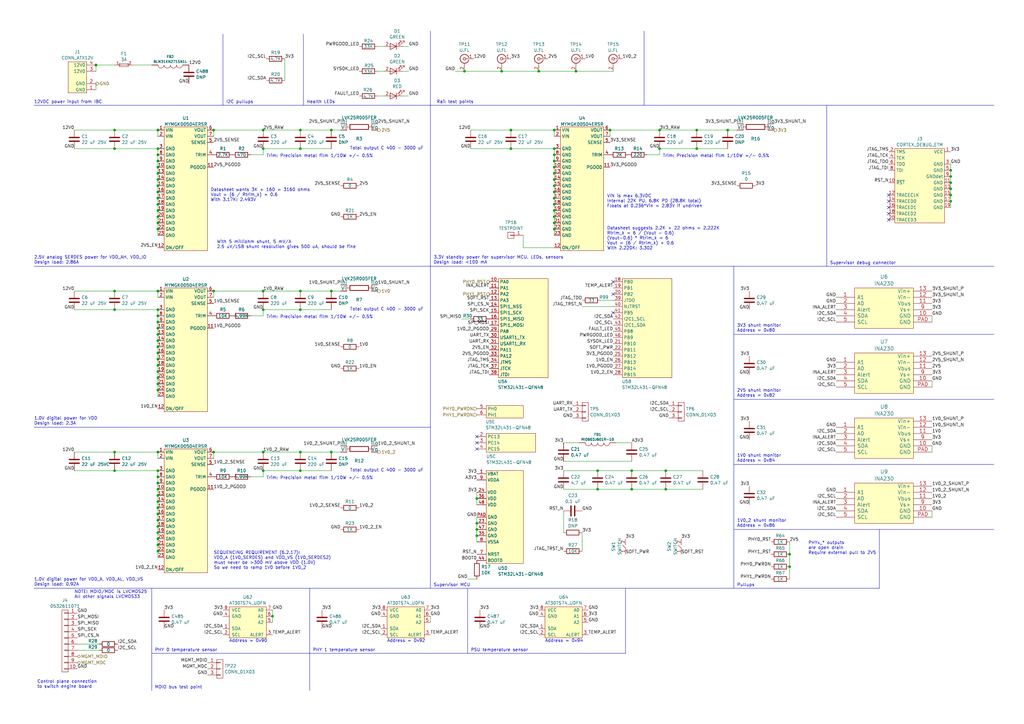
<source format=kicad_sch>
(kicad_sch (version 20231120) (generator "eeschema") (generator_version "8.0")
  (paper "A3")
  (title_block (title "LATENTRED Line Card") (date "2024-12-18") (rev "0.1") (company "Antikernel Labs") (comment 1 "Andrew D. Zonenberg"))
  (junction (at 209.55 60.96))
  (junction (at 135.89 185.42))
  (junction (at 298.45 53.34))
  (junction (at 389.89 72.39))
  (junction (at 64.77 83.82))
  (junction (at 123.19 193.04))
  (junction (at 107.95 185.42))
  (junction (at 285.75 53.34))
  (junction (at 209.55 53.34))
  (junction (at 236.22 29.21))
  (junction (at 389.89 80.01))
  (junction (at 64.77 154.94))
  (junction (at 227.33 78.74))
  (junction (at 195.58 214.63))
  (junction (at 195.58 219.71))
  (junction (at 227.33 83.82))
  (junction (at 64.77 152.4))
  (junction (at 123.19 53.34))
  (junction (at 285.75 60.96))
  (junction (at 227.33 60.96))
  (junction (at 64.77 91.44))
  (junction (at 64.77 220.98))
  (junction (at 64.77 68.58))
  (junction (at 87.63 53.34))
  (junction (at 64.77 147.32))
  (junction (at 64.77 60.96))
  (junction (at 64.77 53.34))
  (junction (at 64.77 81.28))
  (junction (at 389.89 74.93))
  (junction (at 227.33 88.9))
  (junction (at 245.11 193.04))
  (junction (at 64.77 226.06))
  (junction (at 64.77 203.2))
  (junction (at 107.95 119.38))
  (junction (at 220.98 29.21))
  (junction (at 87.63 185.42))
  (junction (at 195.58 204.47))
  (junction (at 64.77 132.08))
  (junction (at 46.99 60.96))
  (junction (at 107.95 53.34))
  (junction (at 227.33 81.28))
  (junction (at 46.99 53.34))
  (junction (at 64.77 71.12))
  (junction (at 389.89 82.55))
  (junction (at 227.33 63.5))
  (junction (at 227.33 53.34))
  (junction (at 323.85 232.41))
  (junction (at 123.19 185.42))
  (junction (at 64.77 142.24))
  (junction (at 64.77 76.2))
  (junction (at 64.77 149.86))
  (junction (at 190.5 29.21))
  (junction (at 270.51 53.34))
  (junction (at 64.77 73.66))
  (junction (at 39.37 26.67))
  (junction (at 227.33 86.36))
  (junction (at 64.77 195.58))
  (junction (at 64.77 78.74))
  (junction (at 64.77 208.28))
  (junction (at 135.89 53.34))
  (junction (at 123.19 119.38))
  (junction (at 64.77 210.82))
  (junction (at 64.77 223.52))
  (junction (at 64.77 63.5))
  (junction (at 64.77 144.78))
  (junction (at 107.95 60.96))
  (junction (at 64.77 218.44))
  (junction (at 273.05 193.04))
  (junction (at 205.74 29.21))
  (junction (at 107.95 193.04))
  (junction (at 227.33 68.58))
  (junction (at 123.19 60.96))
  (junction (at 64.77 157.48))
  (junction (at 64.77 129.54))
  (junction (at 64.77 198.12))
  (junction (at 64.77 86.36))
  (junction (at 323.85 227.33))
  (junction (at 64.77 127))
  (junction (at 227.33 73.66))
  (junction (at 64.77 88.9))
  (junction (at 250.19 53.34))
  (junction (at 389.89 77.47))
  (junction (at 64.77 119.38))
  (junction (at 227.33 91.44))
  (junction (at 123.19 127))
  (junction (at 64.77 93.98))
  (junction (at 64.77 134.62))
  (junction (at 135.89 119.38))
  (junction (at 46.99 119.38))
  (junction (at 46.99 127))
  (junction (at 64.77 200.66))
  (junction (at 389.89 69.85))
  (junction (at 64.77 137.16))
  (junction (at 87.63 119.38))
  (junction (at 259.08 200.66))
  (junction (at 245.11 200.66))
  (junction (at 64.77 193.04))
  (junction (at 227.33 76.2))
  (junction (at 64.77 185.42))
  (junction (at 227.33 71.12))
  (junction (at 273.05 200.66))
  (junction (at 64.77 205.74))
  (junction (at 64.77 66.04))
  (junction (at 46.99 185.42))
  (junction (at 270.51 60.96))
  (junction (at 259.08 193.04))
  (junction (at 64.77 213.36))
  (junction (at 107.95 127))
  (junction (at 46.99 193.04))
  (junction (at 227.33 93.98))
  (junction (at 227.33 66.04))
  (junction (at 64.77 160.02))
  (junction (at 64.77 139.7))
  (junction (at 195.58 217.17))
  (junction (at 111.76 252.73))
  (junction (at 64.77 215.9))
  (no_connect (at 364.49 82.55))
  (no_connect (at 195.58 179.07))
  (no_connect (at 251.46 115.57))
  (no_connect (at 364.49 87.63))
  (no_connect (at 251.46 120.65))
  (no_connect (at 195.58 181.61))
  (no_connect (at 251.46 128.27))
  (no_connect (at 364.49 80.01))
  (no_connect (at 364.49 85.09))
  (no_connect (at 364.49 90.17))
  (no_connect (at 195.58 184.15))
  (wire (pts (xy 64.77 185.42) (xy 64.77 187.96)))
  (polyline (pts (xy 191.77 241.3) (xy 191.77 267.97)))
  (wire (pts (xy 87.63 53.34) (xy 107.95 53.34)))
  (wire (pts (xy 298.45 53.34) (xy 302.26 53.34)))
  (wire (pts (xy 111.76 252.73) (xy 111.76 255.27)))
  (wire (pts (xy 64.77 223.52) (xy 64.77 226.06)))
  (wire (pts (xy 165.1 29.21) (xy 167.64 29.21)))
  (wire (pts (xy 270.51 53.34) (xy 285.75 53.34)))
  (wire (pts (xy 102.87 195.58) (xy 107.95 195.58)))
  (wire (pts (xy 195.58 212.09) (xy 195.58 214.63)))
  (wire (pts (xy 39.37 26.67) (xy 39.37 29.21)))
  (wire (pts (xy 30.48 60.96) (xy 46.99 60.96)))
  (polyline (pts (xy 62.23 241.3) (xy 62.23 283.21)))
  (wire (pts (xy 154.94 19.05) (xy 157.48 19.05)))
  (wire (pts (xy 46.99 127) (xy 64.77 127)))
  (wire (pts (xy 259.08 200.66) (xy 273.05 200.66)))
  (wire (pts (xy 64.77 73.66) (xy 64.77 76.2)))
  (wire (pts (xy 165.1 19.05) (xy 167.64 19.05)))
  (wire (pts (xy 64.77 81.28) (xy 64.77 83.82)))
  (polyline (pts (xy 13.97 241.3) (xy 176.53 241.3)))
  (wire (pts (xy 123.19 60.96) (xy 135.89 60.96)))
  (wire (pts (xy 64.77 71.12) (xy 64.77 73.66)))
  (wire (pts (xy 389.89 82.55) (xy 389.89 85.09)))
  (wire (pts (xy 64.77 205.74) (xy 64.77 208.28)))
  (wire (pts (xy 107.95 60.96) (xy 123.19 60.96)))
  (wire (pts (xy 87.63 121.92) (xy 87.63 119.38)))
  (wire (pts (xy 265.43 63.5) (xy 270.51 63.5)))
  (wire (pts (xy 64.77 198.12) (xy 64.77 200.66)))
  (wire (pts (xy 87.63 185.42) (xy 107.95 185.42)))
  (wire (pts (xy 64.77 53.34) (xy 64.77 55.88)))
  (wire (pts (xy 389.89 72.39) (xy 389.89 74.93)))
  (wire (pts (xy 273.05 193.04) (xy 288.29 193.04)))
  (polyline (pts (xy 300.99 163.83) (xy 407.67 163.83)))
  (wire (pts (xy 64.77 119.38) (xy 64.77 121.92)))
  (polyline (pts (xy 127 267.97) (xy 62.23 267.97)))
  (wire (pts (xy 245.11 200.66) (xy 259.08 200.66)))
  (wire (pts (xy 209.55 53.34) (xy 227.33 53.34)))
  (wire (pts (xy 195.58 217.17) (xy 195.58 219.71)))
  (wire (pts (xy 107.95 185.42) (xy 123.19 185.42)))
  (wire (pts (xy 46.99 119.38) (xy 64.77 119.38)))
  (polyline (pts (xy 191.77 267.97) (xy 127 267.97)))
  (polyline (pts (xy 176.53 109.22) (xy 176.53 175.26)))
  (wire (pts (xy 323.85 227.33) (xy 323.85 232.41)))
  (wire (pts (xy 64.77 152.4) (xy 64.77 154.94)))
  (wire (pts (xy 123.19 119.38) (xy 135.89 119.38)))
  (wire (pts (xy 107.95 129.54) (xy 107.95 127)))
  (wire (pts (xy 389.89 77.47) (xy 389.89 80.01)))
  (polyline (pts (xy 339.09 43.18) (xy 407.67 43.18)))
  (wire (pts (xy 30.48 119.38) (xy 46.99 119.38)))
  (wire (pts (xy 46.99 53.34) (xy 64.77 53.34)))
  (wire (pts (xy 238.76 218.44) (xy 238.76 226.06)))
  (wire (pts (xy 64.77 215.9) (xy 64.77 218.44)))
  (wire (pts (xy 154.94 39.37) (xy 157.48 39.37)))
  (wire (pts (xy 389.89 67.31) (xy 389.89 69.85)))
  (wire (pts (xy 30.48 127) (xy 46.99 127)))
  (polyline (pts (xy 339.09 43.18) (xy 339.09 109.22)))
  (wire (pts (xy 64.77 210.82) (xy 64.77 213.36)))
  (wire (pts (xy 389.89 69.85) (xy 389.89 72.39)))
  (wire (pts (xy 30.48 185.42) (xy 46.99 185.42)))
  (wire (pts (xy 165.1 39.37) (xy 167.64 39.37)))
  (wire (pts (xy 227.33 71.12) (xy 227.33 73.66)))
  (wire (pts (xy 64.77 91.44) (xy 64.77 93.98)))
  (wire (pts (xy 116.84 24.13) (xy 116.84 33.02)))
  (polyline (pts (xy 300.99 137.16) (xy 407.67 137.16)))
  (wire (pts (xy 227.33 93.98) (xy 227.33 96.52)))
  (wire (pts (xy 231.14 209.55) (xy 231.14 218.44)))
  (polyline (pts (xy 256.54 267.97) (xy 191.77 267.97)))
  (wire (pts (xy 238.76 125.73) (xy 251.46 125.73)))
  (polyline (pts (xy 91.44 43.18) (xy 176.53 43.18)))
  (wire (pts (xy 64.77 142.24) (xy 64.77 144.78)))
  (wire (pts (xy 102.87 129.54) (xy 107.95 129.54)))
  (wire (pts (xy 389.89 80.01) (xy 389.89 82.55)))
  (wire (pts (xy 227.33 68.58) (xy 227.33 71.12)))
  (wire (pts (xy 323.85 222.25) (xy 323.85 227.33)))
  (wire (pts (xy 30.48 193.04) (xy 46.99 193.04)))
  (wire (pts (xy 220.98 29.21) (xy 236.22 29.21)))
  (polyline (pts (xy 127 267.97) (xy 127 283.21)))
  (polyline (pts (xy 176.53 43.18) (xy 176.53 109.22)))
  (wire (pts (xy 227.33 63.5) (xy 227.33 66.04)))
  (wire (pts (xy 31.75 266.7) (xy 40.64 266.7)))
  (wire (pts (xy 87.63 55.88) (xy 87.63 53.34)))
  (wire (pts (xy 236.22 29.21) (xy 251.46 29.21)))
  (wire (pts (xy 102.87 63.5) (xy 107.95 63.5)))
  (polyline (pts (xy 300.99 109.22) (xy 300.99 241.3)))
  (wire (pts (xy 31.75 264.16) (xy 40.64 264.16)))
  (wire (pts (xy 54.61 26.67) (xy 62.23 26.67)))
  (wire (pts (xy 64.77 88.9) (xy 64.77 91.44)))
  (wire (pts (xy 389.89 74.93) (xy 389.89 77.47)))
  (polyline (pts (xy 360.68 241.3) (xy 360.68 217.17)))
  (wire (pts (xy 107.95 195.58) (xy 107.95 193.04)))
  (wire (pts (xy 231.14 200.66) (xy 245.11 200.66)))
  (wire (pts (xy 107.95 63.5) (xy 107.95 60.96)))
  (wire (pts (xy 190.5 29.21) (xy 205.74 29.21)))
  (wire (pts (xy 64.77 144.78) (xy 64.77 147.32)))
  (wire (pts (xy 64.77 76.2) (xy 64.77 78.74)))
  (polyline (pts (xy 176.53 12.7) (xy 176.53 43.18)))
  (wire (pts (xy 227.33 76.2) (xy 227.33 78.74)))
  (wire (pts (xy 273.05 200.66) (xy 288.29 200.66)))
  (wire (pts (xy 111.76 250.19) (xy 111.76 252.73)))
  (wire (pts (xy 205.74 29.21) (xy 220.98 29.21)))
  (wire (pts (xy 195.58 214.63) (xy 195.58 217.17)))
  (wire (pts (xy 123.19 127) (xy 135.89 127)))
  (wire (pts (xy 64.77 127) (xy 64.77 129.54)))
  (wire (pts (xy 64.77 78.74) (xy 64.77 81.28)))
  (wire (pts (xy 231.14 189.23) (xy 259.08 189.23)))
  (wire (pts (xy 64.77 226.06) (xy 64.77 228.6)))
  (wire (pts (xy 64.77 137.16) (xy 64.77 139.7)))
  (wire (pts (xy 64.77 203.2) (xy 64.77 205.74)))
  (polyline (pts (xy 91.44 13.97) (xy 91.44 43.18)))
  (wire (pts (xy 123.19 185.42) (xy 135.89 185.42)))
  (wire (pts (xy 193.04 60.96) (xy 209.55 60.96)))
  (polyline (pts (xy 124.46 13.97) (xy 124.46 43.18)))
  (wire (pts (xy 64.77 193.04) (xy 64.77 195.58)))
  (wire (pts (xy 285.75 53.34) (xy 298.45 53.34)))
  (polyline (pts (xy 176.53 43.18) (xy 339.09 43.18)))
  (wire (pts (xy 176.53 252.73) (xy 176.53 255.27)))
  (polyline (pts (xy 300.99 241.3) (xy 360.68 241.3)))
  (wire (pts (xy 135.89 185.42) (xy 139.7 185.42)))
  (wire (pts (xy 193.04 53.34) (xy 209.55 53.34)))
  (wire (pts (xy 64.77 83.82) (xy 64.77 86.36)))
  (wire (pts (xy 87.63 119.38) (xy 107.95 119.38)))
  (wire (pts (xy 270.51 63.5) (xy 270.51 60.96)))
  (wire (pts (xy 64.77 220.98) (xy 64.77 223.52)))
  (wire (pts (xy 64.77 147.32) (xy 64.77 149.86)))
  (wire (pts (xy 231.14 181.61) (xy 237.49 181.61)))
  (wire (pts (xy 64.77 63.5) (xy 64.77 66.04)))
  (wire (pts (xy 64.77 208.28) (xy 64.77 210.82)))
  (wire (pts (xy 186.69 29.21) (xy 190.5 29.21)))
  (wire (pts (xy 214.63 101.6) (xy 227.33 101.6)))
  (wire (pts (xy 30.48 53.34) (xy 46.99 53.34)))
  (wire (pts (xy 189.23 130.81) (xy 193.04 130.81)))
  (wire (pts (xy 246.38 123.19) (xy 251.46 123.19)))
  (polyline (pts (xy 176.53 175.26) (xy 176.53 241.3)))
  (wire (pts (xy 64.77 93.98) (xy 64.77 96.52)))
  (wire (pts (xy 227.33 66.04) (xy 227.33 68.58)))
  (wire (pts (xy 227.33 60.96) (xy 227.33 63.5)))
  (wire (pts (xy 231.14 193.04) (xy 245.11 193.04)))
  (wire (pts (xy 39.37 34.29) (xy 39.37 36.83)))
  (wire (pts (xy 64.77 157.48) (xy 64.77 160.02)))
  (wire (pts (xy 64.77 60.96) (xy 64.77 63.5)))
  (wire (pts (xy 227.33 73.66) (xy 227.33 76.2)))
  (polyline (pts (xy 176.53 109.22) (xy 339.09 109.22)))
  (wire (pts (xy 227.33 53.34) (xy 227.33 55.88)))
  (wire (pts (xy 227.33 78.74) (xy 227.33 81.28)))
  (wire (pts (xy 195.58 201.93) (xy 195.58 204.47)))
  (wire (pts (xy 87.63 187.96) (xy 87.63 185.42)))
  (polyline (pts (xy 300.99 241.3) (xy 176.53 241.3)))
  (wire (pts (xy 250.19 53.34) (xy 270.51 53.34)))
  (wire (pts (xy 64.77 200.66) (xy 64.77 203.2)))
  (wire (pts (xy 382.27 156.21) (xy 382.27 158.75)))
  (wire (pts (xy 64.77 213.36) (xy 64.77 215.9)))
  (wire (pts (xy 270.51 60.96) (xy 285.75 60.96)))
  (polyline (pts (xy 256.54 241.3) (xy 256.54 267.97)))
  (wire (pts (xy 107.95 119.38) (xy 123.19 119.38)))
  (wire (pts (xy 64.77 68.58) (xy 64.77 71.12)))
  (wire (pts (xy 195.58 219.71) (xy 195.58 222.25)))
  (wire (pts (xy 39.37 26.67) (xy 46.99 26.67)))
  (wire (pts (xy 64.77 160.02) (xy 64.77 162.56)))
  (wire (pts (xy 64.77 195.58) (xy 64.77 198.12)))
  (wire (pts (xy 191.77 237.49) (xy 195.58 237.49)))
  (wire (pts (xy 227.33 81.28) (xy 227.33 83.82)))
  (wire (pts (xy 107.95 53.34) (xy 123.19 53.34)))
  (wire (pts (xy 227.33 88.9) (xy 227.33 91.44)))
  (polyline (pts (xy 127 241.3) (xy 127 267.97)))
  (wire (pts (xy 46.99 60.96) (xy 64.77 60.96)))
  (wire (pts (xy 250.19 55.88) (xy 250.19 53.34)))
  (wire (pts (xy 64.77 149.86) (xy 64.77 152.4)))
  (wire (pts (xy 135.89 53.34) (xy 139.7 53.34)))
  (wire (pts (xy 64.77 139.7) (xy 64.77 142.24)))
  (polyline (pts (xy 13.97 43.18) (xy 91.44 43.18)))
  (wire (pts (xy 64.77 86.36) (xy 64.77 88.9)))
  (wire (pts (xy 382.27 182.88) (xy 382.27 185.42)))
  (wire (pts (xy 64.77 129.54) (xy 64.77 132.08)))
  (wire (pts (xy 382.27 129.54) (xy 382.27 132.08)))
  (wire (pts (xy 64.77 134.62) (xy 64.77 137.16)))
  (wire (pts (xy 285.75 60.96) (xy 298.45 60.96)))
  (wire (pts (xy 123.19 53.34) (xy 135.89 53.34)))
  (wire (pts (xy 107.95 127) (xy 123.19 127)))
  (wire (pts (xy 214.63 96.52) (xy 214.63 101.6)))
  (wire (pts (xy 209.55 60.96) (xy 227.33 60.96)))
  (wire (pts (xy 46.99 185.42) (xy 64.77 185.42)))
  (wire (pts (xy 323.85 232.41) (xy 323.85 237.49)))
  (wire (pts (xy 64.77 66.04) (xy 64.77 68.58)))
  (wire (pts (xy 195.58 204.47) (xy 195.58 207.01)))
  (polyline (pts (xy 339.09 109.22) (xy 407.67 109.22)))
  (wire (pts (xy 259.08 193.04) (xy 273.05 193.04)))
  (wire (pts (xy 123.19 193.04) (xy 135.89 193.04)))
  (wire (pts (xy 382.27 209.55) (xy 382.27 212.09)))
  (polyline (pts (xy 13.97 175.26) (xy 176.53 175.26)))
  (polyline (pts (xy 300.99 217.17) (xy 407.67 217.17)))
  (wire (pts (xy 64.77 132.08) (xy 64.77 134.62)))
  (wire (pts (xy 154.94 29.21) (xy 157.48 29.21)))
  (wire (pts (xy 135.89 119.38) (xy 139.7 119.38)))
  (wire (pts (xy 227.33 83.82) (xy 227.33 86.36)))
  (polyline (pts (xy 300.99 190.5) (xy 407.67 190.5)))
  (wire (pts (xy 107.95 193.04) (xy 123.19 193.04)))
  (wire (pts (xy 64.77 154.94) (xy 64.77 157.48)))
  (wire (pts (xy 227.33 91.44) (xy 227.33 93.98)))
  (polyline (pts (xy 13.97 109.22) (xy 176.53 109.22)))
  (wire (pts (xy 227.33 86.36) (xy 227.33 88.9)))
  (wire (pts (xy 64.77 218.44) (xy 64.77 220.98)))
  (wire (pts (xy 46.99 193.04) (xy 64.77 193.04)))
  (wire (pts (xy 252.73 181.61) (xy 259.08 181.61)))
  (wire (pts (xy 245.11 193.04) (xy 259.08 193.04)))
  (polyline (pts (xy 264.16 12.7) (xy 264.16 43.18)))
  (text "SEQUENCING REQUIREMENT (6.2.17):\nVDD_A (1V0_SERDES) and VDD_VS (1V0_SERDES2)\nmust never be >300 mV above VDD (1.0V)\nSo we need to ramp 1V0 before 1V0_2\n" (at 87.63 229.87 0) (effects (font (size 1.27 1.27)) (justify left)))
  (text "Health LEDs" (at 125.73 41.91 0) (effects (font (size 1.27 1.27)) (justify left)))
  (text "VIN is max 6.3VDC\nInternal 22K PU, 6.8K PD (28.8K total)\nFloats at 0.236*Vin = 2.83V if undriven" (at 248.92 82.55 0) (effects (font (size 1.27 1.27)) (justify left)))
  (text "3.3V standby power for supervisor MCU, LEDs, sensors\nDesign load: <100 mA" (at 177.8 106.68 0) (effects (font (size 1.27 1.27)) (justify left)))
  (text "12VDC power input from IBC" (at 13.97 41.91 0) (effects (font (size 1.27 1.27)) (justify left)))
  (text "Address = 0x92" (at 158.75 262.89 0) (effects (font (size 1.27 1.27)) (justify left)))
  (text "Trim: Precision metal film 1/10W +/- 0.5%" (at 109.22 64.77 0) (effects (font (size 1.27 1.27)) (justify left bottom)))
  (text "Control plane connection\nto switch engine board" (at 15.24 280.67 0) (effects (font (size 1.27 1.27)) (justify left)))
  (text "PSU temperature sensor" (at 193.04 266.7 0) (effects (font (size 1.27 1.27)) (justify left)))
  (text "Pullups" (at 302.26 240.03 0) (effects (font (size 1.27 1.27)) (justify left)))
  (text "PHY 1 temperature sensor" (at 128.27 266.7 0) (effects (font (size 1.27 1.27)) (justify left)))
  (text "I2C pullups" (at 92.71 41.91 0) (effects (font (size 1.27 1.27)) (justify left)))
  (text "2V5 shunt monitor\nAddress = 0x82" (at 302.26 161.29 0) (effects (font (size 1.27 1.27)) (justify left)))
  (text "Address = 0x94" (at 223.52 262.89 0) (effects (font (size 1.27 1.27)) (justify left)))
  (text "2.5V analog SERDES power for VDD_AH, VDD_IO\nDesign load: 2.86A" (at 13.97 106.68 0) (effects (font (size 1.27 1.27)) (justify left)))
  (text "1.0V digital power for VDD_A, VDD_AL, VDD_VS\nDesign load: 0.92A" (at 13.97 238.76 0) (effects (font (size 1.27 1.27)) (justify left)))
  (text "1.0V digital power for VDD\nDesign load: 2.3A" (at 13.97 172.72 0) (effects (font (size 1.27 1.27)) (justify left)))
  (text "Total output C 400 - 3000 uF" (at 143.51 127.635 0) (effects (font (size 1.27 1.27)) (justify left bottom)))
  (text "Datasheet wants 3K + 160 = 3160 ohms\nVout = (6 / Rtrim_k) + 0.6\nWith 3.17K: 2.493V" (at 86.36 80.01 0) (effects (font (size 1.27 1.27)) (justify left)))
  (text "Total output C 400 - 3000 uF" (at 143.51 61.595 0) (effects (font (size 1.27 1.27)) (justify left bottom)))
  (text "PHY 0 temperature sensor" (at 63.5 266.7 0) (effects (font (size 1.27 1.27)) (justify left)))
  (text "Trim: Precision metal film 1/10W +/- 0.5%" (at 109.22 130.81 0) (effects (font (size 1.27 1.27)) (justify left bottom)))
  (text "Supervisor MCU" (at 177.8 240.03 0) (effects (font (size 1.27 1.27)) (justify left)))
  (text "NOTE: MDIO/MDC is LVCMOS25\nAll other signals LVCMOS33" (at 30.48 243.84 0) (effects (font (size 1.27 1.27)) (justify left)))
  (text "3V3 shunt monitor\nAddress = 0x80" (at 302.26 134.62 0) (effects (font (size 1.27 1.27)) (justify left)))
  (text "MDIO bus test point" (at 63.5 281.94 0) (effects (font (size 1.27 1.27)) (justify left)))
  (text "1V0 shunt monitor\nAddress = 0x84" (at 302.26 187.96 0) (effects (font (size 1.27 1.27)) (justify left)))
  (text "Trim: Precision metal film 1/10W +/- 0.5%" (at 109.22 196.85 0) (effects (font (size 1.27 1.27)) (justify left bottom)))
  (text "Supervisor debug connector" (at 340.36 107.95 0) (effects (font (size 1.27 1.27)) (justify left)))
  (text "Trim: Precision metal film 1/10W +/- 0.5%" (at 271.78 64.77 0) (effects (font (size 1.27 1.27)) (justify left bottom)))
  (text "PHYx_* outputs\nare open drain\nRequire external pull to 2V5" (at 331.47 224.79 0) (effects (font (size 1.27 1.27)) (justify left)))
  (text "Total output C 400 - 3000 uF" (at 143.51 193.675 0) (effects (font (size 1.27 1.27)) (justify left bottom)))
  (text "With 5 milliohm shunt, 5 mV/A\n2.5 uV/LSB shunt resolution gives 500 uA, should be fine" (at 88.9 100.33 0) (effects (font (size 1.27 1.27)) (justify left)))
  (text "Rail test points" (at 179.07 41.91 0) (effects (font (size 1.27 1.27)) (justify left)))
  (text "1V0_2 shunt monitor\nAddress = 0x86" (at 302.26 214.63 0) (effects (font (size 1.27 1.27)) (justify left)))
  (text "Datasheet suggests 2.2K + 22 ohms = 2.222K\nRtrim_k = 6 / (Vout - 0.6)\n(Vout-0.6) * Rtrim_k = 6\nVout = (6 / Rtrim_k) + 0.6\nWith 2.220K: 3.302" (at 248.92 97.79 0) (effects (font (size 1.27 1.27)) (justify left)))
  (text "Address = 0x90" (at 93.98 262.89 0) (effects (font (size 1.27 1.27)) (justify left)))
  (label "1V0_2_RAW" (at 107.95 185.42 0))
  (label "JTAG_TCK" (at 364.49 64.77 180))
  (label "2V5_SHUNT_P" (at 139.7 50.8 180))
  (label "3V3" (at 382.27 127 0))
  (label "3V3" (at 156.21 250.19 180))
  (label "3V3" (at 256.54 220.98 0))
  (label "GND" (at 30.48 127 180))
  (label "3V3" (at 231.14 181.61 180))
  (label "I2C_SCL" (at 342.9 185.42 180))
  (label "UART_TX" (at 200.66 138.43 180))
  (label "GND" (at 30.48 60.96 180))
  (label "GND" (at 342.9 124.46 180))
  (label "GND" (at 139.7 88.9 180))
  (label "RST_N" (at 364.49 74.93 180))
  (label "2V5_PGOOD" (at 87.63 68.58 0))
  (label "3V3" (at 91.44 250.19 180))
  (label "GND" (at 238.76 209.55 0))
  (label "1V0_EN" (at 64.77 167.64 180))
  (label "JTAG_TDI" (at 364.49 69.85 180))
  (label "1V0_2_PGOOD" (at 200.66 135.89 180))
  (label "GND" (at 382.27 129.54 0))
  (label "12V0" (at 30.48 119.38 180))
  (label "3V3" (at 196.85 250.19 0))
  (label "GND" (at 389.89 67.31 0))
  (label "I2C_SCL" (at 220.98 260.35 180))
  (label "I2C_SDA" (at 342.9 177.8 180))
  (label "GND" (at 342.9 201.93 180))
  (label "1V0_SHUNT_P" (at 382.27 172.72 0))
  (label "SPI_MISO" (at 189.23 130.81 180))
  (label "1V0_2_SHUNT_N" (at 154.94 182.88 0))
  (label "JTAG_TRST_N" (at 231.14 226.06 180))
  (label "2V5_SHUNT_N" (at 154.94 50.8 0))
  (label "GND" (at 139.7 151.13 180))
  (label "GND" (at 132.08 257.81 0))
  (label "I2C_SDA" (at 251.46 130.81 180))
  (label "SYSOK_LED" (at 147.32 29.21 180))
  (label "3V3" (at 309.88 76.2 0))
  (label "I2C_SCL" (at 274.32 168.91 180))
  (label "SOFT_RST" (at 279.4 227.33 0))
  (label "I2C_SCL" (at 342.9 158.75 180))
  (label "1V0_PGOOD" (at 87.63 134.62 0))
  (label "JTAG_TMS" (at 200.66 148.59 180))
  (label "GND" (at 31.75 251.46 0))
  (label "I2C_SDA" (at 48.26 264.16 0))
  (label "I2C_SDA" (at 220.98 257.81 180))
  (label "I2C_SDA" (at 342.9 129.54 180))
  (label "GND" (at 231.14 189.23 180))
  (label "3V3" (at 307.34 199.39 180))
  (label "3V3" (at 132.08 250.19 0))
  (label "3V3" (at 382.27 180.34 0))
  (label "I2C_SDA" (at 156.21 257.81 180))
  (label "1V0_2" (at 382.27 204.47 0))
  (label "3V3" (at 382.27 124.46 0))
  (label "3V3" (at 238.76 218.44 0))
  (label "RST_N" (at 195.58 227.33 180))
  (label "PHY1_RST" (at 316.23 227.33 180))
  (label "3V3" (at 241.3 252.73 0))
  (label "GND" (at 241.3 255.27 0))
  (label "GND" (at 220.98 252.73 180))
  (label "3V3_RAW" (at 270.51 53.34 0))
  (label "SPI_CS_N" (at 31.75 261.62 0))
  (label "3V3" (at 176.53 250.19 0))
  (label "I2C_SDA" (at 342.9 209.55 180))
  (label "12V0" (at 30.48 185.42 180))
  (label "3V3" (at 231.14 193.04 180))
  (label "3V3_SHUNT_P" (at 302.26 50.8 180))
  (label "GND" (at 342.9 175.26 180))
  (label "GND" (at 231.14 200.66 180))
  (label "FAULT_LED" (at 251.46 135.89 180))
  (label "2V5" (at 224.79 24.13 0))
  (label "1V0_2_PGOOD" (at 87.63 200.66 0))
  (label "1V0_EN" (at 251.46 148.59 180))
  (label "12V0" (at 30.48 53.34 180))
  (label "2V5_SHUNT_P" (at 382.27 146.05 0))
  (label "12V0" (at 194.31 24.13 0))
  (label "JTAG_TDO" (at 364.49 67.31 180))
  (label "GND" (at 91.44 252.73 180))
  (label "I2C_SDA" (at 109.22 33.02 180))
  (label "SPI_MOSI" (at 200.66 133.35 180))
  (label "1V0_2_SHUNT_P" (at 139.7 182.88 180))
  (label "3V3" (at 382.27 153.67 0))
  (label "UART_RX" (at 234.95 166.37 180))
  (label "JTAG_TRST_N" (at 238.76 125.73 180))
  (label "I2C_SCL" (at 109.22 24.13 180))
  (label "3V3" (at 389.89 62.23 0))
  (label "3V3_SHUNT_P" (at 382.27 119.38 0))
  (label "PHY0_RST" (at 316.23 222.25 180))
  (label "1V0_2" (at 147.32 208.28 0))
  (label "1V0_2_SENSE" (at 87.63 190.5 0))
  (label "1V0_2_EN" (at 64.77 233.68 180))
  (label "3V3" (at 209.55 24.13 0))
  (label "3V3" (at 307.34 119.38 180))
  (label "1V0_EN" (at 147.32 151.13 0))
  (label "GND" (at 176.53 252.73 0))
  (label "3V3_SENSE" (at 250.19 58.42 0))
  (label "I2C_SCL" (at 342.9 204.47 180))
  (label "GND" (at 139.7 217.17 180))
  (label "SOFT_PWR" (at 251.46 143.51 180))
  (label "BOOT0" (at 195.58 229.87 180))
  (label "1V0_SHUNT_N" (at 154.94 116.84 0))
  (label "GND" (at 191.77 237.49 180))
  (label "1V0_PGOOD" (at 251.46 151.13 180))
  (label "3V3" (at 195.58 201.93 180))
  (label "GND" (at 274.32 171.45 180))
  (label "2V5_SENSE" (at 139.7 76.2 180))
  (label "TEMP_ALERT" (at 241.3 260.35 0))
  (label "1V0_SENSE" (at 139.7 142.24 180))
  (label "INA_ALERT" (at 342.9 180.34 180))
  (label "2V5_SENSE" (at 87.63 58.42 0))
  (label "3V3_SENSE" (at 302.26 76.2 180))
  (label "3V3" (at 307.34 146.05 180))
  (label "GND" (at 77.47 34.29 180))
  (label "GND" (at 186.69 29.21 180))
  (label "2V5_SHUNT_N" (at 382.27 148.59 0))
  (label "SOFT_PWR" (at 256.54 227.33 0))
  (label "GND" (at 307.34 207.01 180))
  (label "1V0" (at 147.32 142.24 0))
  (label "GND" (at 156.21 252.73 180))
  (label "1V0_SHUNT_N" (at 382.27 175.26 0))
  (label "1V0_2_EN" (at 251.46 153.67 180))
  (label "GND" (at 342.9 121.92 180))
  (label "GND" (at 167.64 29.21 0))
  (label "I2C_SDA" (at 274.32 166.37 180))
  (label "SPI_MISO" (at 31.75 256.54 0))
  (label "JTAG_TDI" (at 200.66 153.67 180))
  (label "PWRGOOD_LED" (at 147.32 19.05 180))
  (label "I2C_SDA" (at 342.9 182.88 180))
  (label "GND" (at 107.95 127 180))
  (label "GND" (at 307.34 127 180))
  (label "MGMT_MDC" (at 85.09 274.32 180))
  (label "RST_N" (at 231.14 209.55 180))
  (label "GND" (at 195.58 212.09 180))
  (label "3V3_PGOOD" (at 251.46 146.05 180))
  (label "1V0" (at 382.27 177.8 0))
  (label "3V3_PGOOD" (at 250.19 68.58 0))
  (label "GND" (at 31.75 274.32 0))
  (label "GND" (at 30.48 193.04 180))
  (label "2V5" (at 323.85 222.25 0))
  (label "JTAG_TDO" (at 238.76 123.19 180))
  (label "PHY0_PWRDN" (at 316.23 232.41 180))
  (label "PHY1_PWRDN" (at 316.23 237.49 180))
  (label "1V0" (at 240.03 24.13 0))
  (label "FAULT_LED" (at 147.32 39.37 180))
  (label "2V5" (at 382.27 151.13 0))
  (label "GND" (at 307.34 153.67 180))
  (label "TEMP_ALERT" (at 251.46 118.11 180))
  (label "I2C_SCL" (at 156.21 260.35 180))
  (label "2V5_EN" (at 64.77 101.6 180))
  (label "INA_ALERT" (at 342.9 153.67 180))
  (label "GND" (at 382.27 209.55 0))
  (label "3V3" (at 67.31 250.19 0))
  (label "GND" (at 193.04 60.96 180))
  (label "GND" (at 167.64 39.37 0))
  (label "TEMP_ALERT" (at 111.76 260.35 0))
  (label "A3V3" (at 195.58 196.85 180))
  (label "12V0" (at 77.47 26.67 0))
  (label "1V0_RAW" (at 107.95 119.38 0))
  (label "INA_ALERT" (at 342.9 127 180))
  (label "1V0_2_SHUNT_P" (at 382.27 199.39 0))
  (label "GND" (at 167.64 19.05 0))
  (label "1V0_2" (at 255.27 24.13 0))
  (label "GND" (at 307.34 180.34 180))
  (label "GND" (at 67.31 257.81 0))
  (label "3V3_SHUNT_N" (at 317.5 50.8 0))
  (label "12V0" (at 193.04 53.34 180))
  (label "I2C_SDA" (at 342.9 156.21 180))
  (label "GND" (at 196.85 257.81 0))
  (label "3V3" (at 279.4 220.98 0))
  (label "3V3_SHUNT_N" (at 382.27 121.92 0))
  (label "1V0_2_SENSE" (at 139.7 208.28 180))
  (label "I2C_SCL" (at 342.9 132.08 180))
  (label "I2C_SCL" (at 91.44 260.35 180))
  (label "GND" (at 270.51 60.96 180))
  (label "1V0_2_SHUNT_N" (at 382.27 201.93 0))
  (label "SPI_SCK" (at 200.66 128.27 180))
  (label "1V0_2_EN" (at 147.32 217.17 0))
  (label "INA_ALERT" (at 342.9 207.01 180))
  (label "GND" (at 241.3 250.19 0))
  (label "2V5_PGOOD" (at 200.66 146.05 180))
  (label "SPI_MOSI" (at 31.75 254 0))
  (label "GND" (at 382.27 156.21 0))
  (label "SPI_SCK" (at 31.75 259.08 0))
  (label "2V5_RAW" (at 107.95 53.34 0))
  (label "GND" (at 382.27 182.88 0))
  (label "GND" (at 234.95 171.45 180))
  (label "3V3" (at 116.84 24.13 0))
  (label "JTAG_TCK" (at 200.66 151.13 180))
  (label "SPI_CS_N" (at 200.66 125.73 180))
  (label "INA_ALERT" (at 200.66 118.11 180))
  (label "SOFT_RST" (at 200.66 123.19 180))
  (label "3V3" (at 195.58 194.31 180))
  (label "TEMP_ALERT" (at 176.53 260.35 0))
  (label "I2C_SCL" (at 48.26 266.7 0))
  (label "GND" (at 342.9 148.59 180))
  (label "JTAG_TMS" (at 364.49 62.23 180))
  (label "3V3" (at 307.34 172.72 180))
  (label "3V3" (at 220.98 250.19 180))
  (label "3V3" (at 382.27 207.01 0))
  (label "3V3" (at 342.9 151.13 180))
  (label "GND" (at 107.95 60.96 180))
  (label "GND" (at 107.95 193.04 180))
  (label "GND" (at 111.76 250.19 0))
  (label "1V0_SENSE" (at 87.63 124.46 0))
  (label "MGMT_MDIO" (at 85.09 271.78 180))
  (label "SYSOK_LED" (at 251.46 140.97 180))
  (label "2V5_EN" (at 200.66 143.51 180))
  (label "2V5" (at 147.32 76.2 0))
  (label "I2C_SDA" (at 91.44 257.81 180))
  (label "A3V3" (at 259.08 181.61 0))
  (label "2V5_EN" (at 147.32 88.9 0))
  (label "GND" (at 85.09 276.86 180))
  (label "1V0_SHUNT_P" (at 139.7 116.84 180))
  (label "I2C_SCL" (at 251.46 133.35 180))
  (label "UART_TX" (at 234.95 168.91 180))
  (label "UART_RX" (at 200.66 140.97 180))
  (label "I2C_SCL" (at 342.9 212.09 180))
  (label "PWRGOOD_LED" (at 251.46 138.43 180))
  (hierarchical_label "MGMT_MDIO" (shape bidirectional) (at 31.75 269.24 0))
  (hierarchical_label "1V0_2" (shape output) (at 154.94 185.42 0))
  (hierarchical_label "PHY1_PWRDN" (shape input) (at 195.58 170.18 180))
  (hierarchical_label "PHY1_RST" (shape output) (at 200.66 120.65 180))
  (hierarchical_label "PHY0_RST" (shape output) (at 200.66 115.57 180))
  (hierarchical_label "1V0" (shape output) (at 154.94 119.38 0))
  (hierarchical_label "2V5" (shape output) (at 154.94 53.34 0))
  (hierarchical_label "PHY0_PWRDN" (shape input) (at 195.58 167.64 180))
  (hierarchical_label "3V3" (shape output) (at 317.5 53.34 0))
  (hierarchical_label "GND" (shape output) (at 39.37 34.29 0))
  (hierarchical_label "MGMT_MDC" (shape bidirectional) (at 31.75 271.78 0))
  (symbol (lib_id "device:C") (at 46.99 189.23 0) (unit 1)
    (property "Reference" "C12" (at 49.911 188.0178 0) (effects (justify left)))
    (property "Value" "22 uF 25V" (at 49.911 190.4421 0) (effects (justify left)))
    (property "Footprint" "azonenberg_pcb:EIA_1812_CAP_NOSILK" (effects (hide yes)))
    (property "Description" "Unpolarized capacitor" (effects (hide yes)))
  )
  (symbol (lib_id "conn:CONN_01X03") (at 90.17 274.32 0) (unit 1)
    (property "Reference" "TP22" (at 92.075 273.1078 0) (effects (justify left)))
    (property "Value" "CONN_01X03" (at 92.075 275.5321 0) (effects (justify left)))
    (property "Footprint" "azonenberg_pcb:CONN_HEADER_2.54MM_1x3_REFLOW" (effects (hide yes)))
    (property "Description" "Connector, single row, 01x03, pin header" (effects (hide yes)))
  )
  (symbol (lib_id "device:C") (at 46.99 57.15 0) (unit 1)
    (property "Reference" "C2" (at 49.911 55.9378 0) (effects (justify left)))
    (property "Value" "22 uF 25V" (at 49.911 58.3621 0) (effects (justify left)))
    (property "Footprint" "azonenberg_pcb:EIA_1812_CAP_NOSILK" (effects (hide yes)))
    (property "Description" "Unpolarized capacitor" (effects (hide yes)))
  )
  (symbol (lib_id "st-azonenberg:STM32L431-QFN48") (at 199.39 171.45 0) (unit 5)
    (property "Reference" "U5" (at 199.136 172.974 0) (effects (justify left)))
    (property "Value" "STM32L431-QFN48" (at 199.136 175.3983 0) (effects (justify left)))
    (property "Footprint" "azonenberg_pcb:QFN_48_0.5MM_7x7MM" (effects (hide yes)))
    (pin "34" (alternate "JTMS"))
    (pin "43" (alternate "I2C1_SDA"))
    (pin "38" (alternate "JTDI"))
    (pin "17" (alternate "SPI1_MOSI"))
    (pin "31" (alternate "USART1_RX"))
    (pin "30" (alternate "USART1_TX"))
    (pin "40" (alternate "NJTRST"))
    (pin "14" (alternate "SPI1_NSS"))
    (pin "15" (alternate "SPI1_SCK"))
    (pin "16" (alternate "SPI1_MISO"))
    (pin "42" (alternate "I2C1_SCL"))
    (pin "37" (alternate "JTCK"))
    (pin "39" (alternate "JTDO"))
  )
  (symbol (lib_id "device:C") (at 30.48 57.15 0) (unit 1)
    (property "Reference" "C1" (at 33.401 55.9378 0) (effects (justify left)))
    (property "Value" "22 uF 25V" (at 33.401 58.3621 0) (effects (justify left)))
    (property "Footprint" "azonenberg_pcb:EIA_1812_CAP_NOSILK" (effects (hide yes)))
    (property "Description" "Unpolarized capacitor" (effects (hide yes)))
  )
  (symbol (lib_id "device:C") (at 107.95 57.15 0) (unit 1)
    (property "Reference" "C3" (at 110.871 55.9378 0) (effects (justify left)))
    (property "Value" "220 uF" (at 110.871 58.3621 0) (effects (justify left)))
    (property "Footprint" "azonenberg_pcb:EIA_1210_CAP_NOSILK" (effects (hide yes)))
    (property "Description" "Unpolarized capacitor" (effects (hide yes)))
  )
  (symbol (lib_id "passive-azonenberg:R-4TERM") (at 147.32 118.11 270) (unit 1)
    (property "Reference" "R7" (at 147.32 122.9528 90))
    (property "Value" "LVK25R005FER" (at 147.32 114.3 90))
    (property "Footprint" "azonenberg_pcb:OHMITE_LVK25" (effects (hide yes)))
  )
  (symbol (lib_id "conn:CONN_01X03") (at 240.03 168.91 0) (unit 1)
    (property "Reference" "TP5" (at 241.935 167.6978 0) (effects (justify left)))
    (property "Value" "CONN_01X03" (at 241.935 170.1221 0) (effects (justify left)))
    (property "Footprint" "azonenberg_pcb:CONN_HEADER_2.54MM_1x3_REFLOW" (effects (hide yes)))
    (property "Description" "Connector, single row, 01x03, pin header" (effects (hide yes)))
  )
  (symbol (lib_id "device:R") (at 113.03 33.02 270) (unit 1)
    (property "Reference" "R20" (at 113.03 30.48 90))
    (property "Value" "4.7K" (at 113.03 33.02 90))
    (property "Footprint" "azonenberg_pcb:EIA_0402_RES_NOSILK" (effects (hide yes)))
    (property "Description" "Resistor" (effects (hide yes)))
  )
  (symbol (lib_id "device:LED") (at 161.29 39.37 180) (unit 1)
    (property "Reference" "D3" (at 162.8902 33.0665 0))
    (property "Value" "RED" (at 162.8902 35.4908 0))
    (property "Footprint" "azonenberg_pcb:EIA_0402_LED" (effects (hide yes)))
    (property "Description" "LED generic" (effects (hide yes)))
  )
  (symbol (lib_id "device:C") (at 135.89 189.23 0) (unit 1)
    (property "Reference" "C15" (at 138.811 188.0178 0) (effects (justify left)))
    (property "Value" "DNP" (at 138.811 190.4421 0) (effects (justify left)))
    (property "Footprint" "azonenberg_pcb:EIA_1210_CAP_NOSILK" (effects (hide yes)))
    (property "Description" "Unpolarized capacitor" (effects (hide yes)))
  )
  (symbol (lib_id "device:R") (at 306.07 76.2 90) (unit 1)
    (property "Reference" "R15" (at 306.07 71.0395 90))
    (property "Value" "0" (at 306.07 73.4638 90))
    (property "Footprint" "azonenberg_pcb:EIA_0402_RES_NOSILK" (effects (hide yes)))
    (property "Description" "Resistor" (effects (hide yes)))
  )
  (symbol (lib_id "device:C") (at 234.95 209.55 90) (unit 1)
    (property "Reference" "C23" (at 234.95 203.2465 90))
    (property "Value" "0.1 uF" (at 234.95 205.6708 90))
    (property "Footprint" "azonenberg_pcb:EIA_0402_CAP_NOSILK" (effects (hide yes)))
    (property "Description" "Unpolarized capacitor" (effects (hide yes)))
  )
  (symbol (lib_id "power-azonenberg:FUSE_PWROUT_2") (at 50.8 26.67 0) (unit 1)
    (property "Reference" "F1" (at 50.8 22.0175 0))
    (property "Value" "3A" (at 50.8 24.4418 0))
    (property "Footprint" "azonenberg_pcb:EIA_0402_RES_NOSILK" (effects (hide yes)))
  )
  (symbol (lib_id "conn:CONN_01X10") (at 26.67 262.89 0) (mirror y) (unit 1)
    (property "Reference" "J4" (at 26.67 246.1725 0))
    (property "Value" "0532611071" (at 26.67 248.5968 0))
    (property "Footprint" "azonenberg_pcb:CONN_MOLEX_PICOBLADE_10POS_0532611071" (effects (hide yes)))
    (property "Description" "Connector, single row, 01x10, pin header" (effects (hide yes)))
  )
  (symbol (lib_id "device:R") (at 320.04 227.33 90) (unit 1)
    (property "Reference" "R65" (at 320.04 224.79 90))
    (property "Value" "1K" (at 320.04 227.33 90))
    (property "Footprint" "azonenberg_pcb:EIA_0402_RES_NOSILK" (effects (hide yes)))
    (property "Description" "Resistor" (effects (hide yes)))
  )
  (symbol (lib_id "st-azonenberg:STM32L431-QFN48") (at 255.27 154.94 0) (unit 2)
    (property "Reference" "U5" (at 255.016 156.464 0) (effects (justify left)))
    (property "Value" "STM32L431-QFN48" (at 255.016 158.8883 0) (effects (justify left)))
    (property "Footprint" "azonenberg_pcb:QFN_48_0.5MM_7x7MM" (effects (hide yes)))
    (pin "34" (alternate "JTMS"))
    (pin "43" (alternate "I2C1_SDA"))
    (pin "38" (alternate "JTDI"))
    (pin "17" (alternate "SPI1_MOSI"))
    (pin "31" (alternate "USART1_RX"))
    (pin "30" (alternate "USART1_TX"))
    (pin "40" (alternate "NJTRST"))
    (pin "14" (alternate "SPI1_NSS"))
    (pin "15" (alternate "SPI1_SCK"))
    (pin "16" (alternate "SPI1_MISO"))
    (pin "42" (alternate "I2C1_SCL"))
    (pin "37" (alternate "JTCK"))
    (pin "39" (alternate "JTDO"))
  )
  (symbol (lib_id "special-azonenberg:INA230") (at 363.22 180.34 0) (unit 1)
    (property "Reference" "U8" (at 362.585 166.8196 0) (effects (font (size 1.524 1.524))))
    (property "Value" "INA230" (at 362.585 169.6525 0) (effects (font (size 1.524 1.524))))
    (property "Footprint" "azonenberg_pcb:QFN_16_0.5MM_3x3MM" (effects (hide yes)))
  )
  (symbol (lib_id "passive-azonenberg:SWITCH") (at 256.54 224.79 90) (unit 1)
    (property "Reference" "SW1" (at 251.621 224.155 0))
    (property "Value" "SWITCH" (at 254.1579 224.155 0))
    (property "Footprint" "azonenberg_pcb:SWITCH_RAFI_MICON_5" (effects (hide yes)))
  )
  (symbol (lib_id "device:R") (at 261.62 63.5 270) (unit 1)
    (property "Reference" "R14" (at 261.62 60.96 90))
    (property "Value" "220" (at 261.62 63.5 90))
    (property "Footprint" "azonenberg_pcb:EIA_0402_RES_NOSILK" (effects (hide yes)))
    (property "Description" "Resistor" (effects (hide yes)))
  )
  (symbol (lib_id "power-azonenberg:MYMGK00504ERSR") (at 67.31 168.91 0) (unit 1)
    (property "Reference" "U2" (at 76.2 114.461 0))
    (property "Value" "MYMGK00504ERSR" (at 76.2 116.9979 0))
    (property "Footprint" "azonenberg_pcb:MODULE_MURATA_MYMGK00504ERSR" (effects (hide yes)))
  )
  (symbol (lib_id "passive-azonenberg:INDUCTOR_PWROUT") (at 69.85 26.67 270) (unit 1)
    (property "Reference" "FB2" (at 69.85 23.2657 90) (effects (font (size 1.016 1.016))))
    (property "Value" "BLM31KN271SN1L" (at 69.85 25.2812 90) (effects (font (size 1.016 1.016))))
    (property "Footprint" "azonenberg_pcb:EIA_1206_CAP_NOSILK" (effects (hide yes)))
  )
  (symbol (lib_id "special-azonenberg:INA230") (at 363.22 207.01 0) (unit 1)
    (property "Reference" "U9" (at 362.585 193.4896 0) (effects (font (size 1.524 1.524))))
    (property "Value" "INA230" (at 362.585 196.3225 0) (effects (font (size 1.524 1.524))))
    (property "Footprint" "azonenberg_pcb:QFN_16_0.5MM_3x3MM" (effects (hide yes)))
  )
  (symbol (lib_id "conn:CONN_COAXIAL") (at 190.5 24.13 0) (mirror y) (unit 1)
    (property "Reference" "TP11" (at 190.4999 18.1589 0))
    (property "Value" "U.FL" (at 190.4999 20.5832 0))
    (property "Footprint" "azonenberg_pcb:CONN_U.FL_TE_1909763-1" (effects (hide yes)))
    (property "Description" "coaxial connector (BNC, SMA, SMB, SMC, Cinch/RCA, ...)" (effects (hide yes)))
  )
  (symbol (lib_id "device:LED") (at 161.29 29.21 180) (unit 1)
    (property "Reference" "D2" (at 162.8902 22.9065 0))
    (property "Value" "GREEN" (at 162.8902 25.3308 0))
    (property "Footprint" "azonenberg_pcb:EIA_0402_LED" (effects (hide yes)))
    (property "Description" "LED generic" (effects (hide yes)))
  )
  (symbol (lib_id "st-azonenberg:STM32L431-QFN48") (at 204.47 154.94 0) (unit 1)
    (property "Reference" "U5" (at 204.216 156.464 0) (effects (justify left)))
    (property "Value" "STM32L431-QFN48" (at 204.216 158.8883 0) (effects (justify left)))
    (property "Footprint" "azonenberg_pcb:QFN_48_0.5MM_7x7MM" (effects (hide yes)))
    (pin "34" (alternate "JTMS"))
    (pin "43" (alternate "I2C1_SDA"))
    (pin "38" (alternate "JTDI"))
    (pin "17" (alternate "SPI1_MOSI"))
    (pin "31" (alternate "USART1_RX"))
    (pin "30" (alternate "USART1_TX"))
    (pin "40" (alternate "NJTRST"))
    (pin "14" (alternate "SPI1_NSS"))
    (pin "15" (alternate "SPI1_SCK"))
    (pin "16" (alternate "SPI1_MISO"))
    (pin "42" (alternate "I2C1_SCL"))
    (pin "37" (alternate "JTCK"))
    (pin "39" (alternate "JTDO"))
  )
  (symbol (lib_id "device:C") (at 307.34 149.86 0) (unit 1)
    (property "Reference" "C30" (at 310.261 148.6478 0) (effects (justify left)))
    (property "Value" "0.47 uF" (at 310.261 151.0721 0) (effects (justify left)))
    (property "Footprint" "azonenberg_pcb:EIA_0402_CAP_NOSILK" (effects (hide yes)))
    (property "Description" "Unpolarized capacitor" (effects (hide yes)))
  )
  (symbol (lib_id "power-azonenberg:MYMGK00504ERSR") (at 67.31 234.95 0) (unit 1)
    (property "Reference" "U3" (at 76.2 180.501 0))
    (property "Value" "MYMGK00504ERSR" (at 76.2 183.0379 0))
    (property "Footprint" "azonenberg_pcb:MODULE_MURATA_MYMGK00504ERSR" (effects (hide yes)))
  )
  (symbol (lib_id "device:R") (at 143.51 151.13 90) (unit 1)
    (property "Reference" "R22" (at 143.51 148.59 90))
    (property "Value" "1K" (at 143.51 151.13 90))
    (property "Footprint" "azonenberg_pcb:EIA_0402_RES_NOSILK" (effects (hide yes)))
    (property "Description" "Resistor" (effects (hide yes)))
  )
  (symbol (lib_id "device:R") (at 143.51 217.17 90) (unit 1)
    (property "Reference" "R23" (at 143.51 214.63 90))
    (property "Value" "1K" (at 143.51 217.17 90))
    (property "Footprint" "azonenberg_pcb:EIA_0402_RES_NOSILK" (effects (hide yes)))
    (property "Description" "Resistor" (effects (hide yes)))
  )
  (symbol (lib_id "device:C") (at 196.85 254 0) (unit 1)
    (property "Reference" "C487" (at 199.771 252.7878 0) (effects (justify left)))
    (property "Value" "0.47 uF" (at 199.771 255.2121 0) (effects (justify left)))
    (property "Footprint" "azonenberg_pcb:EIA_0402_CAP_NOSILK" (effects (hide yes)))
    (property "Description" "Unpolarized capacitor" (effects (hide yes)))
  )
  (symbol (lib_id "conn:CONN_COAXIAL") (at 205.74 24.13 0) (mirror y) (unit 1)
    (property "Reference" "TP12" (at 205.7399 18.1589 0))
    (property "Value" "U.FL" (at 205.7399 20.5832 0))
    (property "Footprint" "azonenberg_pcb:CONN_U.FL_TE_1909763-1" (effects (hide yes)))
    (property "Description" "coaxial connector (BNC, SMA, SMB, SMC, Cinch/RCA, ...)" (effects (hide yes)))
  )
  (symbol (lib_id "device:R") (at 254 63.5 90) (unit 1)
    (property "Reference" "R13" (at 254 60.96 90))
    (property "Value" "2K" (at 254 63.5 90))
    (property "Footprint" "azonenberg_pcb:EIA_0402_RES_NOSILK" (effects (hide yes)))
    (property "Description" "Resistor" (effects (hide yes)))
  )
  (symbol (lib_id "st-azonenberg:STM32L431-QFN48") (at 199.39 231.14 0) (unit 4)
    (property "Reference" "U5" (at 204.216 233.0337 0) (effects (justify left)))
    (property "Value" "STM32L431-QFN48" (at 204.216 235.458 0) (effects (justify left)))
    (property "Footprint" "azonenberg_pcb:QFN_48_0.5MM_7x7MM" (effects (hide yes)))
    (pin "34" (alternate "JTMS"))
    (pin "43" (alternate "I2C1_SDA"))
    (pin "38" (alternate "JTDI"))
    (pin "17" (alternate "SPI1_MOSI"))
    (pin "31" (alternate "USART1_RX"))
    (pin "30" (alternate "USART1_TX"))
    (pin "40" (alternate "NJTRST"))
    (pin "14" (alternate "SPI1_NSS"))
    (pin "15" (alternate "SPI1_SCK"))
    (pin "16" (alternate "SPI1_MISO"))
    (pin "42" (alternate "I2C1_SCL"))
    (pin "37" (alternate "JTCK"))
    (pin "39" (alternate "JTDO"))
  )
  (symbol (lib_id "device:C") (at 46.99 123.19 0) (unit 1)
    (property "Reference" "C7" (at 49.911 121.9778 0) (effects (justify left)))
    (property "Value" "22 uF 25V" (at 49.911 124.4021 0) (effects (justify left)))
    (property "Footprint" "azonenberg_pcb:EIA_1812_CAP_NOSILK" (effects (hide yes)))
    (property "Description" "Unpolarized capacitor" (effects (hide yes)))
  )
  (symbol (lib_id "special-azonenberg:INA230") (at 363.22 153.67 0) (unit 1)
    (property "Reference" "U7" (at 362.585 140.1496 0) (effects (font (size 1.524 1.524))))
    (property "Value" "INA230" (at 362.585 142.9825 0) (effects (font (size 1.524 1.524))))
    (property "Footprint" "azonenberg_pcb:QFN_16_0.5MM_3x3MM" (effects (hide yes)))
  )
  (symbol (lib_id "special-azonenberg:AT30TS74_UDFN") (at 158.75 261.62 0) (unit 1)
    (property "Reference" "U63" (at 166.37 244.9025 0))
    (property "Value" "AT30TS74_UDFN" (at 166.37 247.3268 0))
    (property "Footprint" "azonenberg_pcb:DFN_8_0.5MM_2x3MM_TALL" (effects (hide yes)))
  )
  (symbol (lib_id "device:C") (at 285.75 57.15 0) (unit 1)
    (property "Reference" "C19" (at 288.671 55.9378 0) (effects (justify left)))
    (property "Value" "220 uF" (at 288.671 58.3621 0) (effects (justify left)))
    (property "Footprint" "azonenberg_pcb:EIA_1210_CAP_NOSILK" (effects (hide yes)))
    (property "Description" "Unpolarized capacitor" (effects (hide yes)))
  )
  (symbol (lib_id "device:C") (at 259.08 196.85 0) (unit 1)
    (property "Reference" "C26" (at 262.001 195.6378 0) (effects (justify left)))
    (property "Value" "0.47 uF" (at 262.001 198.0621 0) (effects (justify left)))
    (property "Footprint" "azonenberg_pcb:EIA_0402_CAP_NOSILK" (effects (hide yes)))
    (property "Description" "Unpolarized capacitor" (effects (hide yes)))
  )
  (symbol (lib_id "device:R") (at 151.13 19.05 90) (unit 1)
    (property "Reference" "R24" (at 151.13 16.764 90))
    (property "Value" "33K" (at 151.13 19.05 90))
    (property "Footprint" "azonenberg_pcb:EIA_0402_RES_NOSILK" (effects (hide yes)))
    (property "Description" "Resistor" (effects (hide yes)))
  )
  (symbol (lib_id "device:C") (at 107.95 189.23 0) (unit 1)
    (property "Reference" "C13" (at 110.871 188.0178 0) (effects (justify left)))
    (property "Value" "220 uF" (at 110.871 190.4421 0) (effects (justify left)))
    (property "Footprint" "azonenberg_pcb:EIA_1210_CAP_NOSILK" (effects (hide yes)))
    (property "Description" "Unpolarized capacitor" (effects (hide yes)))
  )
  (symbol (lib_id "power-azonenberg:MYMGK00504ERSR") (at 67.31 102.87 0) (unit 1)
    (property "Reference" "U1" (at 76.2 48.421 0))
    (property "Value" "MYMGK00504ERSR" (at 76.2 50.9579 0))
    (property "Footprint" "azonenberg_pcb:MODULE_MURATA_MYMGK00504ERSR" (effects (hide yes)))
  )
  (symbol (lib_id "device:C") (at 30.48 123.19 0) (unit 1)
    (property "Reference" "C6" (at 33.401 121.9778 0) (effects (justify left)))
    (property "Value" "22 uF 25V" (at 33.401 124.4021 0) (effects (justify left)))
    (property "Footprint" "azonenberg_pcb:EIA_1812_CAP_NOSILK" (effects (hide yes)))
    (property "Description" "Unpolarized capacitor" (effects (hide yes)))
  )
  (symbol (lib_id "conn:CONN_01X01") (at 209.55 96.52 0) (mirror y) (unit 1)
    (property "Reference" "TP16" (at 209.55 91.2325 0))
    (property "Value" "TESTPOINT" (at 209.55 93.6568 0))
    (property "Footprint" "azonenberg_pcb:TESTPOINT_SMT_0.5MM" (effects (hide yes)))
    (property "Description" "Connector, single row, 01x01, pin header" (effects (hide yes)))
  )
  (symbol (lib_id "device:R") (at 44.45 266.7 90) (unit 1)
    (property "Reference" "R29" (at 38.1 265.43 90))
    (property "Value" "0" (at 44.45 266.7 90))
    (property "Footprint" "azonenberg_pcb:EIA_0402_RES_NOSILK" (effects (hide yes)))
    (property "Description" "Resistor" (effects (hide yes)))
  )
  (symbol (lib_id "device:C") (at 135.89 57.15 0) (unit 1)
    (property "Reference" "C5" (at 138.811 55.9378 0) (effects (justify left)))
    (property "Value" "DNP" (at 138.811 58.3621 0) (effects (justify left)))
    (property "Footprint" "azonenberg_pcb:EIA_1210_CAP_NOSILK" (effects (hide yes)))
    (property "Description" "Unpolarized capacitor" (effects (hide yes)))
  )
  (symbol (lib_id "device:R") (at 234.95 218.44 270) (unit 1)
    (property "Reference" "R18" (at 234.95 213.2795 90))
    (property "Value" "DNP" (at 234.95 215.7038 90))
    (property "Footprint" "azonenberg_pcb:EIA_0402_RES_NOSILK" (effects (hide yes)))
    (property "Description" "Resistor" (effects (hide yes)))
  )
  (symbol (lib_id "device:C") (at 123.19 123.19 0) (unit 1)
    (property "Reference" "C9" (at 126.111 121.9778 0) (effects (justify left)))
    (property "Value" "220 uF" (at 126.111 124.4021 0) (effects (justify left)))
    (property "Footprint" "azonenberg_pcb:EIA_1210_CAP_NOSILK" (effects (hide yes)))
    (property "Description" "Unpolarized capacitor" (effects (hide yes)))
  )
  (symbol (lib_id "device:R") (at 143.51 76.2 90) (unit 1)
    (property "Reference" "R4" (at 143.51 73.66 90))
    (property "Value" "0" (at 143.51 76.2 90))
    (property "Footprint" "azonenberg_pcb:EIA_0402_RES_NOSILK" (effects (hide yes)))
    (property "Description" "Resistor" (effects (hide yes)))
  )
  (symbol (lib_id "conn:CONN_COAXIAL") (at 251.46 24.13 0) (mirror y) (unit 1)
    (property "Reference" "TP15" (at 251.4599 18.1589 0))
    (property "Value" "U.FL" (at 251.4599 20.5832 0))
    (property "Footprint" "azonenberg_pcb:CONN_U.FL_TE_1909763-1" (effects (hide yes)))
    (property "Description" "coaxial connector (BNC, SMA, SMB, SMC, Cinch/RCA, ...)" (effects (hide yes)))
  )
  (symbol (lib_id "conn:CONN_COAXIAL") (at 236.22 24.13 0) (mirror y) (unit 1)
    (property "Reference" "TP14" (at 236.2199 18.1589 0))
    (property "Value" "U.FL" (at 236.2199 20.5832 0))
    (property "Footprint" "azonenberg_pcb:CONN_U.FL_TE_1909763-1" (effects (hide yes)))
    (property "Description" "coaxial connector (BNC, SMA, SMB, SMC, Cinch/RCA, ...)" (effects (hide yes)))
  )
  (symbol (lib_id "st-azonenberg:STM32L431-QFN48") (at 199.39 185.42 0) (unit 3)
    (property "Reference" "U5" (at 199.39 187.198 0) (effects (justify left)))
    (property "Value" "STM32L431-QFN48" (at 199.39 189.6223 0) (effects (justify left)))
    (property "Footprint" "azonenberg_pcb:QFN_48_0.5MM_7x7MM" (effects (hide yes)))
    (pin "34" (alternate "JTMS"))
    (pin "43" (alternate "I2C1_SDA"))
    (pin "38" (alternate "JTDI"))
    (pin "17" (alternate "SPI1_MOSI"))
    (pin "31" (alternate "USART1_RX"))
    (pin "30" (alternate "USART1_TX"))
    (pin "40" (alternate "NJTRST"))
    (pin "14" (alternate "SPI1_NSS"))
    (pin "15" (alternate "SPI1_SCK"))
    (pin "16" (alternate "SPI1_MISO"))
    (pin "42" (alternate "I2C1_SCL"))
    (pin "37" (alternate "JTCK"))
    (pin "39" (alternate "JTDO"))
  )
  (symbol (lib_id "device:C") (at 77.47 30.48 0) (unit 1)
    (property "Reference" "C488" (at 80.391 29.2678 0) (effects (justify left)))
    (property "Value" "DNP" (at 80.391 31.6921 0) (effects (justify left)))
    (property "Footprint" "azonenberg_pcb:CAP_AL_10MM_SMT" (effects (hide yes)))
    (property "Description" "Unpolarized capacitor" (effects (hide yes)))
  )
  (symbol (lib_id "device:C") (at 209.55 57.15 0) (unit 1)
    (property "Reference" "C17" (at 212.471 55.9378 0) (effects (justify left)))
    (property "Value" "22 uF 25V" (at 212.471 58.3621 0) (effects (justify left)))
    (property "Footprint" "azonenberg_pcb:EIA_1812_CAP_NOSILK" (effects (hide yes)))
    (property "Description" "Unpolarized capacitor" (effects (hide yes)))
  )
  (symbol (lib_id "device:C") (at 67.31 254 0) (unit 1)
    (property "Reference" "C485" (at 70.231 252.7878 0) (effects (justify left)))
    (property "Value" "0.47 uF" (at 70.231 255.2121 0) (effects (justify left)))
    (property "Footprint" "azonenberg_pcb:EIA_0402_CAP_NOSILK" (effects (hide yes)))
    (property "Description" "Unpolarized capacitor" (effects (hide yes)))
  )
  (symbol (lib_id "passive-azonenberg:INDUCTOR_PWROUT") (at 245.11 181.61 270) (unit 1)
    (property "Reference" "FB1" (at 245.11 178.2057 90) (effects (font (size 1.016 1.016))))
    (property "Value" "MI0603J601R-10" (at 245.11 180.2212 90) (effects (font (size 1.016 1.016))))
    (property "Footprint" "azonenberg_pcb:EIA_0603_INDUCTOR_NOSILK" (effects (hide yes)))
  )
  (symbol (lib_id "device:R") (at 99.06 129.54 270) (unit 1)
    (property "Reference" "R6" (at 99.06 127 90))
    (property "Value" "4.99K" (at 99.06 129.54 90))
    (property "Footprint" "azonenberg_pcb:EIA_0402_RES_NOSILK" (effects (hide yes)))
    (property "Description" "Resistor" (effects (hide yes)))
  )
  (symbol (lib_id "special-azonenberg:INA230") (at 363.22 127 0) (unit 1)
    (property "Reference" "U6" (at 362.585 113.4796 0) (effects (font (size 1.524 1.524))))
    (property "Value" "INA230" (at 362.585 116.3125 0) (effects (font (size 1.524 1.524))))
    (property "Footprint" "azonenberg_pcb:QFN_16_0.5MM_3x3MM" (effects (hide yes)))
  )
  (symbol (lib_id "device:C") (at 307.34 123.19 0) (unit 1)
    (property "Reference" "C29" (at 310.261 121.9778 0) (effects (justify left)))
    (property "Value" "0.47 uF" (at 310.261 124.4021 0) (effects (justify left)))
    (property "Footprint" "azonenberg_pcb:EIA_0402_CAP_NOSILK" (effects (hide yes)))
    (property "Description" "Unpolarized capacitor" (effects (hide yes)))
  )
  (symbol (lib_id "conn:CONN_01X03") (at 279.4 168.91 0) (unit 1)
    (property "Reference" "TP6" (at 281.305 167.6978 0) (effects (justify left)))
    (property "Value" "CONN_01X03" (at 281.305 170.1221 0) (effects (justify left)))
    (property "Footprint" "azonenberg_pcb:CONN_HEADER_2.54MM_1x3_REFLOW" (effects (hide yes)))
    (property "Description" "Connector, single row, 01x03, pin header" (effects (hide yes)))
  )
  (symbol (lib_id "power-azonenberg:CONN_ATX12V") (at 35.56 38.1 0) (unit 1)
    (property "Reference" "J1" (at 31.75 21.3063 0))
    (property "Value" "CONN_ATX12V" (at 31.75 23.7306 0))
    (property "Footprint" "azonenberg_pcb:CONN_MOLEX_MINIFITJR_4POS_0039291048" (effects (hide yes)))
  )
  (symbol (lib_id "device:C") (at 273.05 196.85 0) (unit 1)
    (property "Reference" "C27" (at 275.971 195.6378 0) (effects (justify left)))
    (property "Value" "0.47 uF" (at 275.971 198.0621 0) (effects (justify left)))
    (property "Footprint" "azonenberg_pcb:EIA_0402_CAP_NOSILK" (effects (hide yes)))
    (property "Description" "Unpolarized capacitor" (effects (hide yes)))
  )
  (symbol (lib_id "device:R") (at 242.57 123.19 90) (unit 1)
    (property "Reference" "R99" (at 247.65 121.92 90))
    (property "Value" "33" (at 242.57 123.19 90))
    (property "Footprint" "azonenberg_pcb:EIA_0402_RES_NOSILK" (effects (hide yes)))
    (property "Description" "Resistor" (effects (hide yes)))
  )
  (symbol (lib_id "device:R") (at 151.13 29.21 90) (unit 1)
    (property "Reference" "R25" (at 151.384 26.924 90))
    (property "Value" "33K" (at 151.13 29.464 90))
    (property "Footprint" "azonenberg_pcb:EIA_0402_RES_NOSILK" (effects (hide yes)))
    (property "Description" "Resistor" (effects (hide yes)))
  )
  (symbol (lib_id "device:R") (at 234.95 226.06 90) (unit 1)
    (property "Reference" "R27" (at 234.95 223.52 90))
    (property "Value" "10K" (at 234.95 226.06 90))
    (property "Footprint" "azonenberg_pcb:EIA_0402_RES_NOSILK" (effects (hide yes)))
    (property "Description" "Resistor" (effects (hide yes)))
  )
  (symbol (lib_id "power-azonenberg:MYMGK00504ERSR") (at 229.87 102.87 0) (unit 1)
    (property "Reference" "U4" (at 238.76 48.421 0))
    (property "Value" "MYMGK00504ERSR" (at 238.76 50.9579 0))
    (property "Footprint" "azonenberg_pcb:MODULE_MURATA_MYMGK00504ERSR" (effects (hide yes)))
  )
  (symbol (lib_id "special-azonenberg:AT30TS74_UDFN") (at 93.98 261.62 0) (unit 1)
    (property "Reference" "U62" (at 101.6 244.9025 0))
    (property "Value" "AT30TS74_UDFN" (at 101.6 247.3268 0))
    (property "Footprint" "azonenberg_pcb:DFN_8_0.5MM_2x3MM_TALL" (effects (hide yes)))
  )
  (symbol (lib_id "device:R") (at 196.85 130.81 90) (unit 1)
    (property "Reference" "R30" (at 191.77 129.54 90))
    (property "Value" "33" (at 196.85 130.81 90))
    (property "Footprint" "azonenberg_pcb:EIA_0402_RES_NOSILK" (effects (hide yes)))
    (property "Description" "Resistor" (effects (hide yes)))
  )
  (symbol (lib_id "device:R") (at 91.44 195.58 90) (unit 1)
    (property "Reference" "R9" (at 91.44 193.04 90))
    (property "Value" "10K" (at 91.44 195.58 90))
    (property "Footprint" "azonenberg_pcb:EIA_0402_RES_NOSILK" (effects (hide yes)))
    (property "Description" "Resistor" (effects (hide yes)))
  )
  (symbol (lib_id "device:R") (at 320.04 232.41 90) (unit 1)
    (property "Reference" "R66" (at 320.04 229.87 90))
    (property "Value" "1K" (at 320.04 232.41 90))
    (property "Footprint" "azonenberg_pcb:EIA_0402_RES_NOSILK" (effects (hide yes)))
    (property "Description" "Resistor" (effects (hide yes)))
  )
  (symbol (lib_id "special-azonenberg:CORTEX_DEBUG_ETM") (at 367.03 91.44 0) (unit 1)
    (property "Reference" "J3" (at 377.19 56.9425 0))
    (property "Value" "CORTEX_DEBUG_ETM" (at 377.19 59.3668 0))
    (property "Footprint" "azonenberg_pcb:CONN_HEADER_1.27MM_2x10_SMT_SAMTEC_FTSH-110-01-L-DV-K" (effects (hide yes)))
  )
  (symbol (lib_id "passive-azonenberg:R-4TERM") (at 147.32 52.07 270) (unit 1)
    (property "Reference" "R3" (at 147.32 56.9128 90))
    (property "Value" "LVK25R005FER" (at 147.32 48.26 90))
    (property "Footprint" "azonenberg_pcb:OHMITE_LVK25" (effects (hide yes)))
  )
  (symbol (lib_id "device:C") (at 307.34 203.2 0) (unit 1)
    (property "Reference" "C32" (at 310.261 201.9878 0) (effects (justify left)))
    (property "Value" "0.47 uF" (at 310.261 204.4121 0) (effects (justify left)))
    (property "Footprint" "azonenberg_pcb:EIA_0402_CAP_NOSILK" (effects (hide yes)))
    (property "Description" "Unpolarized capacitor" (effects (hide yes)))
  )
  (symbol (lib_id "device:R") (at 91.44 129.54 90) (unit 1)
    (property "Reference" "R5" (at 91.44 127 90))
    (property "Value" "10K" (at 91.44 129.54 90))
    (property "Footprint" "azonenberg_pcb:EIA_0402_RES_NOSILK" (effects (hide yes)))
    (property "Description" "Resistor" (effects (hide yes)))
  )
  (symbol (lib_id "device:R") (at 113.03 24.13 270) (unit 1)
    (property "Reference" "R19" (at 113.03 21.59 90))
    (property "Value" "4.7K" (at 113.03 24.13 90))
    (property "Footprint" "azonenberg_pcb:EIA_0402_RES_NOSILK" (effects (hide yes)))
    (property "Description" "Resistor" (effects (hide yes)))
  )
  (symbol (lib_id "device:C") (at 231.14 196.85 0) (unit 1)
    (property "Reference" "C22" (at 234.061 195.6378 0) (effects (justify left)))
    (property "Value" "4.7 uF" (at 234.061 198.0621 0) (effects (justify left)))
    (property "Footprint" "azonenberg_pcb:EIA_0603_CAP_NOSILK" (effects (hide yes)))
    (property "Description" "Unpolarized capacitor" (effects (hide yes)))
  )
  (symbol (lib_id "device:C") (at 288.29 196.85 0) (unit 1)
    (property "Reference" "C28" (at 291.211 195.6378 0) (effects (justify left)))
    (property "Value" "0.47 uF" (at 291.211 198.0621 0) (effects (justify left)))
    (property "Footprint" "azonenberg_pcb:EIA_0402_CAP_NOSILK" (effects (hide yes)))
    (property "Description" "Unpolarized capacitor" (effects (hide yes)))
  )
  (symbol (lib_id "device:R") (at 143.51 88.9 90) (unit 1)
    (property "Reference" "R21" (at 143.51 86.36 90))
    (property "Value" "1K" (at 143.51 88.9 90))
    (property "Footprint" "azonenberg_pcb:EIA_0402_RES_NOSILK" (effects (hide yes)))
    (property "Description" "Resistor" (effects (hide yes)))
  )
  (symbol (lib_id "device:C") (at 132.08 254 0) (unit 1)
    (property "Reference" "C486" (at 135.001 252.7878 0) (effects (justify left)))
    (property "Value" "0.47 uF" (at 135.001 255.2121 0) (effects (justify left)))
    (property "Footprint" "azonenberg_pcb:EIA_0402_CAP_NOSILK" (effects (hide yes)))
    (property "Description" "Unpolarized capacitor" (effects (hide yes)))
  )
  (symbol (lib_id "conn:CONN_COAXIAL") (at 220.98 24.13 0) (mirror y) (unit 1)
    (property "Reference" "TP13" (at 220.9799 18.1589 0))
    (property "Value" "U.FL" (at 220.9799 20.5832 0))
    (property "Footprint" "azonenberg_pcb:CONN_U.FL_TE_1909763-1" (effects (hide yes)))
    (property "Description" "coaxial connector (BNC, SMA, SMB, SMC, Cinch/RCA, ...)" (effects (hide yes)))
  )
  (symbol (lib_id "device:R") (at 91.44 63.5 90) (unit 1)
    (property "Reference" "R1" (at 91.44 60.96 90))
    (property "Value" "2.7K" (at 91.44 63.5 90))
    (property "Footprint" "azonenberg_pcb:EIA_0402_RES_NOSILK" (effects (hide yes)))
    (property "Description" "Resistor" (effects (hide yes)))
  )
  (symbol (lib_id "device:C") (at 123.19 189.23 0) (unit 1)
    (property "Reference" "C14" (at 126.111 188.0178 0) (effects (justify left)))
    (property "Value" "220 uF" (at 126.111 190.4421 0) (effects (justify left)))
    (property "Footprint" "azonenberg_pcb:EIA_1210_CAP_NOSILK" (effects (hide yes)))
    (property "Description" "Unpolarized capacitor" (effects (hide yes)))
  )
  (symbol (lib_id "device:C") (at 107.95 123.19 0) (unit 1)
    (property "Reference" "C8" (at 110.871 121.9778 0) (effects (justify left)))
    (property "Value" "220 uF" (at 110.871 124.4021 0) (effects (justify left)))
    (property "Footprint" "azonenberg_pcb:EIA_1210_CAP_NOSILK" (effects (hide yes)))
    (property "Description" "Unpolarized capacitor" (effects (hide yes)))
  )
  (symbol (lib_id "device:C") (at 193.04 57.15 0) (unit 1)
    (property "Reference" "C16" (at 195.961 55.9378 0) (effects (justify left)))
    (property "Value" "22 uF 25V" (at 195.961 58.3621 0) (effects (justify left)))
    (property "Footprint" "azonenberg_pcb:EIA_1812_CAP_NOSILK" (effects (hide yes)))
    (property "Description" "Unpolarized capacitor" (effects (hide yes)))
  )
  (symbol (lib_id "special-azonenberg:AT30TS74_UDFN") (at 223.52 261.62 0) (unit 1)
    (property "Reference" "U64" (at 231.14 244.9025 0))
    (property "Value" "AT30TS74_UDFN" (at 231.14 247.3268 0))
    (property "Footprint" "azonenberg_pcb:DFN_8_0.5MM_2x3MM_TALL" (effects (hide yes)))
  )
  (symbol (lib_id "device:C") (at 259.08 185.42 0) (unit 1)
    (property "Reference" "C25" (at 262.001 184.2078 0) (effects (justify left)))
    (property "Value" "0.47 uF" (at 262.001 186.6321 0) (effects (justify left)))
    (property "Footprint" "azonenberg_pcb:EIA_0402_CAP_NOSILK" (effects (hide yes)))
    (property "Description" "Unpolarized capacitor" (effects (hide yes)))
  )
  (symbol (lib_id "device:C") (at 123.19 57.15 0) (unit 1)
    (property "Reference" "C4" (at 126.111 55.9378 0) (effects (justify left)))
    (property "Value" "220 uF" (at 126.111 58.3621 0) (effects (justify left)))
    (property "Footprint" "azonenberg_pcb:EIA_1210_CAP_NOSILK" (effects (hide yes)))
    (property "Description" "Unpolarized capacitor" (effects (hide yes)))
  )
  (symbol (lib_id "device:R") (at 151.13 39.37 90) (unit 1)
    (property "Reference" "R26" (at 150.876 36.83 90))
    (property "Value" "4.7K" (at 151.13 39.624 90))
    (property "Footprint" "azonenberg_pcb:EIA_0402_RES_NOSILK" (effects (hide yes)))
    (property "Description" "Resistor" (effects (hide yes)))
  )
  (symbol (lib_id "device:R") (at 320.04 222.25 90) (unit 1)
    (property "Reference" "R64" (at 320.04 219.71 90))
    (property "Value" "1K" (at 320.04 222.25 90))
    (property "Footprint" "azonenberg_pcb:EIA_0402_RES_NOSILK" (effects (hide yes)))
    (property "Description" "Resistor" (effects (hide yes)))
  )
  (symbol (lib_id "device:R") (at 320.04 237.49 90) (unit 1)
    (property "Reference" "R67" (at 320.04 234.95 90))
    (property "Value" "1K" (at 320.04 237.49 90))
    (property "Footprint" "azonenberg_pcb:EIA_0402_RES_NOSILK" (effects (hide yes)))
    (property "Description" "Resistor" (effects (hide yes)))
  )
  (symbol (lib_id "passive-azonenberg:SWITCH") (at 279.4 224.79 90) (unit 1)
    (property "Reference" "SW2" (at 274.481 224.155 0))
    (property "Value" "SWITCH" (at 277.0179 224.155 0))
    (property "Footprint" "azonenberg_pcb:SWITCH_RAFI_MICON_5" (effects (hide yes)))
  )
  (symbol (lib_id "device:R") (at 195.58 233.68 0) (unit 1)
    (property "Reference" "R17" (at 197.358 232.4678 0) (effects (justify left)))
    (property "Value" "10K" (at 197.358 234.8921 0) (effects (justify left)))
    (property "Footprint" "azonenberg_pcb:EIA_0402_RES_NOSILK" (effects (hide yes)))
    (property "Description" "Resistor" (effects (hide yes)))
  )
  (symbol (lib_id "device:LED") (at 161.29 19.05 180) (unit 1)
    (property "Reference" "D1" (at 162.8902 12.7465 0))
    (property "Value" "GREEN" (at 162.8902 15.1708 0))
    (property "Footprint" "azonenberg_pcb:EIA_0402_LED" (effects (hide yes)))
    (property "Description" "LED generic" (effects (hide yes)))
  )
  (symbol (lib_id "device:R") (at 99.06 63.5 270) (unit 1)
    (property "Reference" "R2" (at 99.06 60.96 90))
    (property "Value" "470" (at 99.06 63.5 90))
    (property "Footprint" "azonenberg_pcb:EIA_0402_RES_NOSILK" (effects (hide yes)))
    (property "Description" "Resistor" (effects (hide yes)))
  )
  (symbol (lib_id "passive-azonenberg:R-4TERM") (at 309.88 52.07 270) (unit 1)
    (property "Reference" "R16" (at 309.88 56.9128 90))
    (property "Value" "LVK25R005FER" (at 309.88 48.26 90))
    (property "Footprint" "azonenberg_pcb:OHMITE_LVK25" (effects (hide yes)))
  )
  (symbol (lib_id "device:R") (at 99.06 195.58 270) (unit 1)
    (property "Reference" "R10" (at 99.06 193.04 90))
    (property "Value" "4.99K" (at 99.06 195.58 90))
    (property "Footprint" "azonenberg_pcb:EIA_0402_RES_NOSILK" (effects (hide yes)))
    (property "Description" "Resistor" (effects (hide yes)))
  )
  (symbol (lib_id "device:R") (at 44.45 264.16 90) (unit 1)
    (property "Reference" "R28" (at 38.1 262.89 90))
    (property "Value" "0" (at 44.45 264.16 90))
    (property "Footprint" "azonenberg_pcb:EIA_0402_RES_NOSILK" (effects (hide yes)))
    (property "Description" "Resistor" (effects (hide yes)))
  )
  (symbol (lib_id "device:C") (at 231.14 185.42 0) (unit 1)
    (property "Reference" "C21" (at 234.061 184.2078 0) (effects (justify left)))
    (property "Value" "0.47 uF" (at 234.061 186.6321 0) (effects (justify left)))
    (property "Footprint" "azonenberg_pcb:EIA_0402_CAP_NOSILK" (effects (hide yes)))
    (property "Description" "Unpolarized capacitor" (effects (hide yes)))
  )
  (symbol (lib_id "device:C") (at 298.45 57.15 0) (unit 1)
    (property "Reference" "C20" (at 301.371 55.9378 0) (effects (justify left)))
    (property "Value" "DNP" (at 301.371 58.3621 0) (effects (justify left)))
    (property "Footprint" "azonenberg_pcb:EIA_1210_CAP_NOSILK" (effects (hide yes)))
    (property "Description" "Unpolarized capacitor" (effects (hide yes)))
  )
  (symbol (lib_id "device:C") (at 245.11 196.85 0) (unit 1)
    (property "Reference" "C24" (at 248.031 195.6378 0) (effects (justify left)))
    (property "Value" "0.47 uF" (at 248.031 198.0621 0) (effects (justify left)))
    (property "Footprint" "azonenberg_pcb:EIA_0402_CAP_NOSILK" (effects (hide yes)))
    (property "Description" "Unpolarized capacitor" (effects (hide yes)))
  )
  (symbol (lib_id "device:R") (at 143.51 208.28 90) (unit 1)
    (property "Reference" "R11" (at 143.51 205.74 90))
    (property "Value" "0" (at 143.51 208.28 90))
    (property "Footprint" "azonenberg_pcb:EIA_0402_RES_NOSILK" (effects (hide yes)))
    (property "Description" "Resistor" (effects (hide yes)))
  )
  (symbol (lib_id "device:R") (at 143.51 142.24 90) (unit 1)
    (property "Reference" "R8" (at 143.51 139.7 90))
    (property "Value" "0" (at 143.51 142.24 90))
    (property "Footprint" "azonenberg_pcb:EIA_0402_RES_NOSILK" (effects (hide yes)))
    (property "Description" "Resistor" (effects (hide yes)))
  )
  (symbol (lib_id "device:C") (at 270.51 57.15 0) (unit 1)
    (property "Reference" "C18" (at 273.431 55.9378 0) (effects (justify left)))
    (property "Value" "220 uF" (at 273.431 58.3621 0) (effects (justify left)))
    (property "Footprint" "azonenberg_pcb:EIA_1210_CAP_NOSILK" (effects (hide yes)))
    (property "Description" "Unpolarized capacitor" (effects (hide yes)))
  )
  (symbol (lib_id "passive-azonenberg:R-4TERM") (at 147.32 184.15 270) (unit 1)
    (property "Reference" "R12" (at 147.32 188.9928 90))
    (property "Value" "LVK25R005FER" (at 147.32 180.34 90))
    (property "Footprint" "azonenberg_pcb:OHMITE_LVK25" (effects (hide yes)))
  )
  (symbol (lib_id "device:C") (at 307.34 176.53 0) (unit 1)
    (property "Reference" "C31" (at 310.261 175.3178 0) (effects (justify left)))
    (property "Value" "0.47 uF" (at 310.261 177.7421 0) (effects (justify left)))
    (property "Footprint" "azonenberg_pcb:EIA_0402_CAP_NOSILK" (effects (hide yes)))
    (property "Description" "Unpolarized capacitor" (effects (hide yes)))
  )
  (symbol (lib_id "device:C") (at 30.48 189.23 0) (unit 1)
    (property "Reference" "C11" (at 33.401 188.0178 0) (effects (justify left)))
    (property "Value" "22 uF 25VC" (at 33.401 190.4421 0) (effects (justify left)))
    (property "Footprint" "azonenberg_pcb:EIA_1812_CAP_NOSILK" (effects (hide yes)))
    (property "Description" "Unpolarized capacitor" (effects (hide yes)))
  )
  (symbol (lib_id "device:C") (at 135.89 123.19 0) (unit 1)
    (property "Reference" "C10" (at 138.811 121.9778 0) (effects (justify left)))
    (property "Value" "DNP" (at 138.811 124.4021 0) (effects (justify left)))
    (property "Footprint" "azonenberg_pcb:EIA_1210_CAP_NOSILK" (effects (hide yes)))
    (property "Description" "Unpolarized capacitor" (effects (hide yes)))
  )
)
</source>
